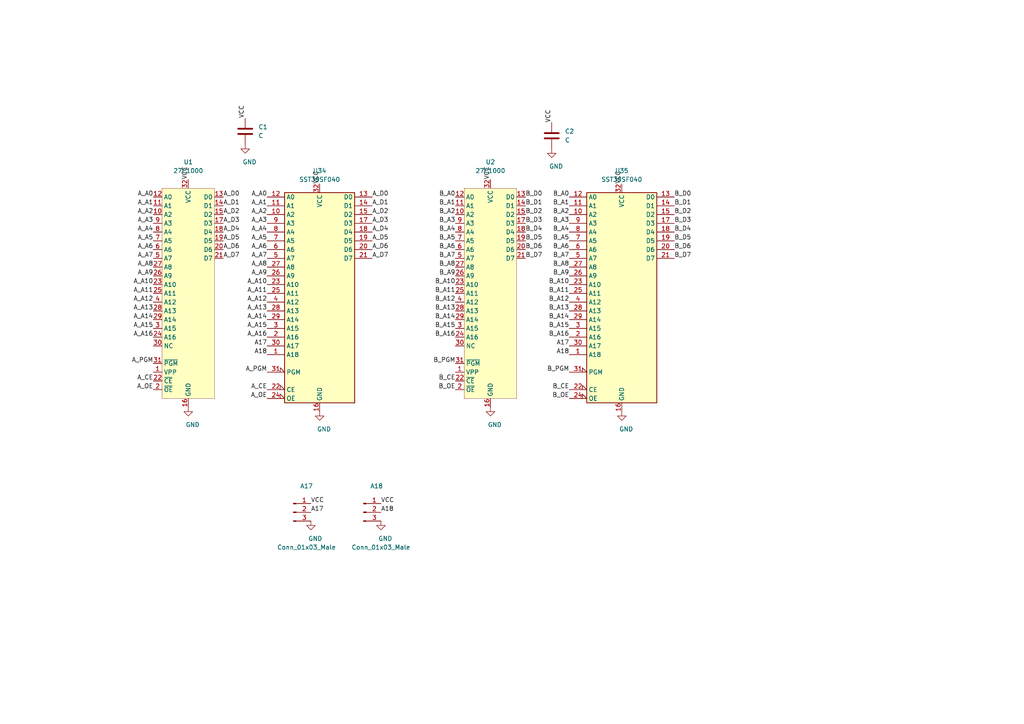
<source format=kicad_sch>
(kicad_sch (version 20210126) (generator eeschema)

  (paper "A4")

  (lib_symbols
    (symbol "27C1000:27C1000" (in_bom yes) (on_board yes)
      (property "Reference" "U?" (id 0) (at 0 35.56 0)
        (effects (font (size 1.27 1.27)))
      )
      (property "Value" "27C1000" (id 1) (at 0 33.02 0)
        (effects (font (size 1.27 1.27)))
      )
      (property "Footprint" "" (id 2) (at -41.91 -58.42 0)
        (effects (font (size 1.27 1.27)) hide)
      )
      (property "Datasheet" "" (id 3) (at -41.91 -58.42 0)
        (effects (font (size 1.27 1.27)) hide)
      )
      (symbol "27C1000_0_1"
        (rectangle (start -7.62 27.94) (end 7.62 -33.02)
          (stroke (width 0.001)) (fill (type background))
        )
      )
      (symbol "27C1000_1_1"
        (pin power_in line (at -10.16 -25.4 0) (length 2.54)
          (name "VPP" (effects (font (size 1.27 1.27))))
          (number "1" (effects (font (size 1.27 1.27))))
        )
        (pin input line (at -10.16 -30.48 0) (length 2.54)
          (name "~OE" (effects (font (size 1.27 1.27))))
          (number "2" (effects (font (size 1.27 1.27))))
        )
        (pin input line (at -10.16 -12.7 0) (length 2.54)
          (name "A15" (effects (font (size 1.27 1.27))))
          (number "3" (effects (font (size 1.27 1.27))))
        )
        (pin input line (at -10.16 -5.08 0) (length 2.54)
          (name "A12" (effects (font (size 1.27 1.27))))
          (number "4" (effects (font (size 1.27 1.27))))
        )
        (pin input line (at -10.16 7.62 0) (length 2.54)
          (name "A7" (effects (font (size 1.27 1.27))))
          (number "5" (effects (font (size 1.27 1.27))))
        )
        (pin input line (at -10.16 10.16 0) (length 2.54)
          (name "A6" (effects (font (size 1.27 1.27))))
          (number "6" (effects (font (size 1.27 1.27))))
        )
        (pin input line (at -10.16 12.7 0) (length 2.54)
          (name "A5" (effects (font (size 1.27 1.27))))
          (number "7" (effects (font (size 1.27 1.27))))
        )
        (pin input line (at -10.16 15.24 0) (length 2.54)
          (name "A4" (effects (font (size 1.27 1.27))))
          (number "8" (effects (font (size 1.27 1.27))))
        )
        (pin input line (at -10.16 17.78 0) (length 2.54)
          (name "A3" (effects (font (size 1.27 1.27))))
          (number "9" (effects (font (size 1.27 1.27))))
        )
        (pin input line (at -10.16 20.32 0) (length 2.54)
          (name "A2" (effects (font (size 1.27 1.27))))
          (number "10" (effects (font (size 1.27 1.27))))
        )
        (pin input line (at -10.16 22.86 0) (length 2.54)
          (name "A1" (effects (font (size 1.27 1.27))))
          (number "11" (effects (font (size 1.27 1.27))))
        )
        (pin input line (at -10.16 25.4 0) (length 2.54)
          (name "A0" (effects (font (size 1.27 1.27))))
          (number "12" (effects (font (size 1.27 1.27))))
        )
        (pin bidirectional line (at 10.16 25.4 180) (length 2.54)
          (name "D0" (effects (font (size 1.27 1.27))))
          (number "13" (effects (font (size 1.27 1.27))))
        )
        (pin bidirectional line (at 10.16 22.86 180) (length 2.54)
          (name "D1" (effects (font (size 1.27 1.27))))
          (number "14" (effects (font (size 1.27 1.27))))
        )
        (pin bidirectional line (at 10.16 20.32 180) (length 2.54)
          (name "D2" (effects (font (size 1.27 1.27))))
          (number "15" (effects (font (size 1.27 1.27))))
        )
        (pin power_in line (at 0 -35.56 90) (length 2.54)
          (name "GND" (effects (font (size 1.27 1.27))))
          (number "16" (effects (font (size 1.27 1.27))))
        )
        (pin bidirectional line (at 10.16 17.78 180) (length 2.54)
          (name "D3" (effects (font (size 1.27 1.27))))
          (number "17" (effects (font (size 1.27 1.27))))
        )
        (pin bidirectional line (at 10.16 15.24 180) (length 2.54)
          (name "D4" (effects (font (size 1.27 1.27))))
          (number "18" (effects (font (size 1.27 1.27))))
        )
        (pin bidirectional line (at 10.16 12.7 180) (length 2.54)
          (name "D5" (effects (font (size 1.27 1.27))))
          (number "19" (effects (font (size 1.27 1.27))))
        )
        (pin bidirectional line (at 10.16 10.16 180) (length 2.54)
          (name "D6" (effects (font (size 1.27 1.27))))
          (number "20" (effects (font (size 1.27 1.27))))
        )
        (pin bidirectional line (at 10.16 7.62 180) (length 2.54)
          (name "D7" (effects (font (size 1.27 1.27))))
          (number "21" (effects (font (size 1.27 1.27))))
        )
        (pin input line (at -10.16 -27.94 0) (length 2.54)
          (name "~CE" (effects (font (size 1.27 1.27))))
          (number "22" (effects (font (size 1.27 1.27))))
        )
        (pin input line (at -10.16 0 0) (length 2.54)
          (name "A10" (effects (font (size 1.27 1.27))))
          (number "23" (effects (font (size 1.27 1.27))))
        )
        (pin input line (at -10.16 -15.24 0) (length 2.54)
          (name "A16" (effects (font (size 1.27 1.27))))
          (number "24" (effects (font (size 1.27 1.27))))
        )
        (pin input line (at -10.16 -2.54 0) (length 2.54)
          (name "A11" (effects (font (size 1.27 1.27))))
          (number "25" (effects (font (size 1.27 1.27))))
        )
        (pin input line (at -10.16 2.54 0) (length 2.54)
          (name "A9" (effects (font (size 1.27 1.27))))
          (number "26" (effects (font (size 1.27 1.27))))
        )
        (pin input line (at -10.16 5.08 0) (length 2.54)
          (name "A8" (effects (font (size 1.27 1.27))))
          (number "27" (effects (font (size 1.27 1.27))))
        )
        (pin input line (at -10.16 -7.62 0) (length 2.54)
          (name "A13" (effects (font (size 1.27 1.27))))
          (number "28" (effects (font (size 1.27 1.27))))
        )
        (pin input line (at -10.16 -10.16 0) (length 2.54)
          (name "A14" (effects (font (size 1.27 1.27))))
          (number "29" (effects (font (size 1.27 1.27))))
        )
        (pin passive line (at -10.16 -17.78 0) (length 2.54)
          (name "NC" (effects (font (size 1.27 1.27))))
          (number "30" (effects (font (size 1.27 1.27))))
        )
        (pin input line (at -10.16 -22.86 0) (length 2.54)
          (name "~PGM" (effects (font (size 1.27 1.27))))
          (number "31" (effects (font (size 1.27 1.27))))
        )
        (pin power_in line (at 0 30.48 270) (length 2.54)
          (name "VCC" (effects (font (size 1.27 1.27))))
          (number "32" (effects (font (size 1.27 1.27))))
        )
      )
    )
    (symbol "Connector:Conn_01x03_Male" (pin_names (offset 1.016) hide) (in_bom yes) (on_board yes)
      (property "Reference" "J" (id 0) (at 0 5.08 0)
        (effects (font (size 1.27 1.27)))
      )
      (property "Value" "Conn_01x03_Male" (id 1) (at 0 -5.08 0)
        (effects (font (size 1.27 1.27)))
      )
      (property "Footprint" "" (id 2) (at 0 0 0)
        (effects (font (size 1.27 1.27)) hide)
      )
      (property "Datasheet" "~" (id 3) (at 0 0 0)
        (effects (font (size 1.27 1.27)) hide)
      )
      (property "ki_keywords" "connector" (id 4) (at 0 0 0)
        (effects (font (size 1.27 1.27)) hide)
      )
      (property "ki_description" "Generic connector, single row, 01x03, script generated (kicad-library-utils/schlib/autogen/connector/)" (id 5) (at 0 0 0)
        (effects (font (size 1.27 1.27)) hide)
      )
      (property "ki_fp_filters" "Connector*:*_1x??_*" (id 6) (at 0 0 0)
        (effects (font (size 1.27 1.27)) hide)
      )
      (symbol "Conn_01x03_Male_1_1"
        (rectangle (start 0.8636 -2.413) (end 0 -2.667)
          (stroke (width 0.1524)) (fill (type outline))
        )
        (rectangle (start 0.8636 0.127) (end 0 -0.127)
          (stroke (width 0.1524)) (fill (type outline))
        )
        (rectangle (start 0.8636 2.667) (end 0 2.413)
          (stroke (width 0.1524)) (fill (type outline))
        )
        (polyline
          (pts
            (xy 1.27 -2.54)
            (xy 0.8636 -2.54)
          )
          (stroke (width 0.1524)) (fill (type none))
        )
        (polyline
          (pts
            (xy 1.27 0)
            (xy 0.8636 0)
          )
          (stroke (width 0.1524)) (fill (type none))
        )
        (polyline
          (pts
            (xy 1.27 2.54)
            (xy 0.8636 2.54)
          )
          (stroke (width 0.1524)) (fill (type none))
        )
        (pin passive line (at 5.08 2.54 180) (length 3.81)
          (name "Pin_1" (effects (font (size 1.27 1.27))))
          (number "1" (effects (font (size 1.27 1.27))))
        )
        (pin passive line (at 5.08 0 180) (length 3.81)
          (name "Pin_2" (effects (font (size 1.27 1.27))))
          (number "2" (effects (font (size 1.27 1.27))))
        )
        (pin passive line (at 5.08 -2.54 180) (length 3.81)
          (name "Pin_3" (effects (font (size 1.27 1.27))))
          (number "3" (effects (font (size 1.27 1.27))))
        )
      )
    )
    (symbol "Device:C" (pin_numbers hide) (pin_names (offset 0.254)) (in_bom yes) (on_board yes)
      (property "Reference" "C" (id 0) (at 0.635 2.54 0)
        (effects (font (size 1.27 1.27)) (justify left))
      )
      (property "Value" "C" (id 1) (at 0.635 -2.54 0)
        (effects (font (size 1.27 1.27)) (justify left))
      )
      (property "Footprint" "" (id 2) (at 0.9652 -3.81 0)
        (effects (font (size 1.27 1.27)) hide)
      )
      (property "Datasheet" "~" (id 3) (at 0 0 0)
        (effects (font (size 1.27 1.27)) hide)
      )
      (property "ki_keywords" "cap capacitor" (id 4) (at 0 0 0)
        (effects (font (size 1.27 1.27)) hide)
      )
      (property "ki_description" "Unpolarized capacitor" (id 5) (at 0 0 0)
        (effects (font (size 1.27 1.27)) hide)
      )
      (property "ki_fp_filters" "C_*" (id 6) (at 0 0 0)
        (effects (font (size 1.27 1.27)) hide)
      )
      (symbol "C_0_1"
        (polyline
          (pts
            (xy -2.032 -0.762)
            (xy 2.032 -0.762)
          )
          (stroke (width 0.508)) (fill (type none))
        )
        (polyline
          (pts
            (xy -2.032 0.762)
            (xy 2.032 0.762)
          )
          (stroke (width 0.508)) (fill (type none))
        )
      )
      (symbol "C_1_1"
        (pin passive line (at 0 3.81 270) (length 2.794)
          (name "~" (effects (font (size 1.27 1.27))))
          (number "1" (effects (font (size 1.27 1.27))))
        )
        (pin passive line (at 0 -3.81 90) (length 2.794)
          (name "~" (effects (font (size 1.27 1.27))))
          (number "2" (effects (font (size 1.27 1.27))))
        )
      )
    )
    (symbol "Memory_Flash:SST39SF040_1" (in_bom yes) (on_board yes)
      (property "Reference" "U?" (id 0) (at 0 38.1 0)
        (effects (font (size 1.27 1.27)))
      )
      (property "Value" "SST39SF040" (id 1) (at 0 35.56 0)
        (effects (font (size 1.27 1.27)))
      )
      (property "Footprint" "" (id 2) (at 0 7.62 0)
        (effects (font (size 1.27 1.27)) hide)
      )
      (property "Datasheet" "http://ww1.microchip.com/downloads/en/DeviceDoc/25022B.pdf" (id 3) (at 0 7.62 0)
        (effects (font (size 1.27 1.27)) hide)
      )
      (property "ki_keywords" "512k flash rom" (id 4) (at 0 0 0)
        (effects (font (size 1.27 1.27)) hide)
      )
      (property "ki_description" "Silicon Storage Technology (SSF) 512k x 8 Flash ROM" (id 5) (at 0 0 0)
        (effects (font (size 1.27 1.27)) hide)
      )
      (symbol "SST39SF040_1_0_0"
        (pin power_in line (at 0 -31.75 90) (length 2.54)
          (name "GND" (effects (font (size 1.27 1.27))))
          (number "16" (effects (font (size 1.27 1.27))))
        )
        (pin power_in line (at 0 34.29 270) (length 2.54)
          (name "VCC" (effects (font (size 1.27 1.27))))
          (number "32" (effects (font (size 1.27 1.27))))
        )
      )
      (symbol "SST39SF040_1_0_1"
        (rectangle (start -10.16 31.75) (end 10.16 -29.21)
          (stroke (width 0.254)) (fill (type background))
        )
      )
      (symbol "SST39SF040_1_1_1"
        (pin input line (at -15.24 -15.24 0) (length 5.08)
          (name "A18" (effects (font (size 1.27 1.27))))
          (number "1" (effects (font (size 1.27 1.27))))
        )
        (pin input line (at -15.24 25.4 0) (length 5.08)
          (name "A2" (effects (font (size 1.27 1.27))))
          (number "10" (effects (font (size 1.27 1.27))))
        )
        (pin input line (at -15.24 27.94 0) (length 5.08)
          (name "A1" (effects (font (size 1.27 1.27))))
          (number "11" (effects (font (size 1.27 1.27))))
        )
        (pin input line (at -15.24 30.48 0) (length 5.08)
          (name "A0" (effects (font (size 1.27 1.27))))
          (number "12" (effects (font (size 1.27 1.27))))
        )
        (pin tri_state line (at 15.24 30.48 180) (length 5.08)
          (name "D0" (effects (font (size 1.27 1.27))))
          (number "13" (effects (font (size 1.27 1.27))))
        )
        (pin tri_state line (at 15.24 27.94 180) (length 5.08)
          (name "D1" (effects (font (size 1.27 1.27))))
          (number "14" (effects (font (size 1.27 1.27))))
        )
        (pin tri_state line (at 15.24 25.4 180) (length 5.08)
          (name "D2" (effects (font (size 1.27 1.27))))
          (number "15" (effects (font (size 1.27 1.27))))
        )
        (pin tri_state line (at 15.24 22.86 180) (length 5.08)
          (name "D3" (effects (font (size 1.27 1.27))))
          (number "17" (effects (font (size 1.27 1.27))))
        )
        (pin tri_state line (at 15.24 20.32 180) (length 5.08)
          (name "D4" (effects (font (size 1.27 1.27))))
          (number "18" (effects (font (size 1.27 1.27))))
        )
        (pin tri_state line (at 15.24 17.78 180) (length 5.08)
          (name "D5" (effects (font (size 1.27 1.27))))
          (number "19" (effects (font (size 1.27 1.27))))
        )
        (pin input line (at -15.24 -10.16 0) (length 5.08)
          (name "A16" (effects (font (size 1.27 1.27))))
          (number "2" (effects (font (size 1.27 1.27))))
        )
        (pin tri_state line (at 15.24 15.24 180) (length 5.08)
          (name "D6" (effects (font (size 1.27 1.27))))
          (number "20" (effects (font (size 1.27 1.27))))
        )
        (pin tri_state line (at 15.24 12.7 180) (length 5.08)
          (name "D7" (effects (font (size 1.27 1.27))))
          (number "21" (effects (font (size 1.27 1.27))))
        )
        (pin input input_low (at -15.24 -25.4 0) (length 5.08)
          (name "CE" (effects (font (size 1.27 1.27))))
          (number "22" (effects (font (size 1.27 1.27))))
        )
        (pin input line (at -15.24 5.08 0) (length 5.08)
          (name "A10" (effects (font (size 1.27 1.27))))
          (number "23" (effects (font (size 1.27 1.27))))
        )
        (pin input input_low (at -15.24 -27.94 0) (length 5.08)
          (name "OE" (effects (font (size 1.27 1.27))))
          (number "24" (effects (font (size 1.27 1.27))))
        )
        (pin input line (at -15.24 2.54 0) (length 5.08)
          (name "A11" (effects (font (size 1.27 1.27))))
          (number "25" (effects (font (size 1.27 1.27))))
        )
        (pin input line (at -15.24 7.62 0) (length 5.08)
          (name "A9" (effects (font (size 1.27 1.27))))
          (number "26" (effects (font (size 1.27 1.27))))
        )
        (pin input line (at -15.24 10.16 0) (length 5.08)
          (name "A8" (effects (font (size 1.27 1.27))))
          (number "27" (effects (font (size 1.27 1.27))))
        )
        (pin input line (at -15.24 -2.54 0) (length 5.08)
          (name "A13" (effects (font (size 1.27 1.27))))
          (number "28" (effects (font (size 1.27 1.27))))
        )
        (pin input line (at -15.24 -5.08 0) (length 5.08)
          (name "A14" (effects (font (size 1.27 1.27))))
          (number "29" (effects (font (size 1.27 1.27))))
        )
        (pin input line (at -15.24 -7.62 0) (length 5.08)
          (name "A15" (effects (font (size 1.27 1.27))))
          (number "3" (effects (font (size 1.27 1.27))))
        )
        (pin input line (at -15.24 -12.7 0) (length 5.08)
          (name "A17" (effects (font (size 1.27 1.27))))
          (number "30" (effects (font (size 1.27 1.27))))
        )
        (pin input input_low (at -15.24 -20.32 0) (length 5.08)
          (name "PGM" (effects (font (size 1.27 1.27))))
          (number "31" (effects (font (size 1.27 1.27))))
        )
        (pin input line (at -15.24 0 0) (length 5.08)
          (name "A12" (effects (font (size 1.27 1.27))))
          (number "4" (effects (font (size 1.27 1.27))))
        )
        (pin input line (at -15.24 12.7 0) (length 5.08)
          (name "A7" (effects (font (size 1.27 1.27))))
          (number "5" (effects (font (size 1.27 1.27))))
        )
        (pin input line (at -15.24 15.24 0) (length 5.08)
          (name "A6" (effects (font (size 1.27 1.27))))
          (number "6" (effects (font (size 1.27 1.27))))
        )
        (pin input line (at -15.24 17.78 0) (length 5.08)
          (name "A5" (effects (font (size 1.27 1.27))))
          (number "7" (effects (font (size 1.27 1.27))))
        )
        (pin input line (at -15.24 20.32 0) (length 5.08)
          (name "A4" (effects (font (size 1.27 1.27))))
          (number "8" (effects (font (size 1.27 1.27))))
        )
        (pin input line (at -15.24 22.86 0) (length 5.08)
          (name "A3" (effects (font (size 1.27 1.27))))
          (number "9" (effects (font (size 1.27 1.27))))
        )
      )
    )
    (symbol "power:GND" (power) (pin_names (offset 0)) (in_bom yes) (on_board yes)
      (property "Reference" "#PWR" (id 0) (at 0 -6.35 0)
        (effects (font (size 1.27 1.27)) hide)
      )
      (property "Value" "GND" (id 1) (at 0 -3.81 0)
        (effects (font (size 1.27 1.27)))
      )
      (property "Footprint" "" (id 2) (at 0 0 0)
        (effects (font (size 1.27 1.27)) hide)
      )
      (property "Datasheet" "" (id 3) (at 0 0 0)
        (effects (font (size 1.27 1.27)) hide)
      )
      (property "ki_keywords" "power-flag" (id 4) (at 0 0 0)
        (effects (font (size 1.27 1.27)) hide)
      )
      (property "ki_description" "Power symbol creates a global label with name \"GND\" , ground" (id 5) (at 0 0 0)
        (effects (font (size 1.27 1.27)) hide)
      )
      (symbol "GND_0_1"
        (polyline
          (pts
            (xy 0 0)
            (xy 0 -1.27)
            (xy 1.27 -1.27)
            (xy 0 -2.54)
            (xy -1.27 -1.27)
            (xy 0 -1.27)
          )
          (stroke (width 0)) (fill (type none))
        )
      )
      (symbol "GND_1_1"
        (pin power_in line (at 0 0 270) (length 0) hide
          (name "GND" (effects (font (size 1.27 1.27))))
          (number "1" (effects (font (size 1.27 1.27))))
        )
      )
    )
  )


  (label "A_A0" (at 44.45 57.15 180)
    (effects (font (size 1.27 1.27)) (justify right bottom))
    (uuid 783ddc0d-0c74-4e75-8429-50618c8b8f27)
  )
  (label "A_A1" (at 44.45 59.69 180)
    (effects (font (size 1.27 1.27)) (justify right bottom))
    (uuid 0152d0a6-2091-45a4-9a0e-f02e677847c3)
  )
  (label "A_A2" (at 44.45 62.23 180)
    (effects (font (size 1.27 1.27)) (justify right bottom))
    (uuid acae4609-a3e0-4666-88cd-8e91fe681532)
  )
  (label "A_A3" (at 44.45 64.77 180)
    (effects (font (size 1.27 1.27)) (justify right bottom))
    (uuid 00d3e8e0-e1e5-4007-8473-81fdce51a315)
  )
  (label "A_A4" (at 44.45 67.31 180)
    (effects (font (size 1.27 1.27)) (justify right bottom))
    (uuid fbf06a70-aa5b-46a4-853a-10359e968b1e)
  )
  (label "A_A5" (at 44.45 69.85 180)
    (effects (font (size 1.27 1.27)) (justify right bottom))
    (uuid 24331d0c-1c76-4dad-a1a5-849011e78194)
  )
  (label "A_A6" (at 44.45 72.39 180)
    (effects (font (size 1.27 1.27)) (justify right bottom))
    (uuid 2b177b02-604c-48af-bf5f-120f52725aa3)
  )
  (label "A_A7" (at 44.45 74.93 180)
    (effects (font (size 1.27 1.27)) (justify right bottom))
    (uuid fde564a0-5f42-47c2-899b-cb48b9fa2e5b)
  )
  (label "A_A8" (at 44.45 77.47 180)
    (effects (font (size 1.27 1.27)) (justify right bottom))
    (uuid 3de5282a-2720-4600-aecd-f66c7e3112b2)
  )
  (label "A_A9" (at 44.45 80.01 180)
    (effects (font (size 1.27 1.27)) (justify right bottom))
    (uuid 515338a8-ad7f-4162-a8c0-97e6a3ea0523)
  )
  (label "A_A10" (at 44.45 82.55 180)
    (effects (font (size 1.27 1.27)) (justify right bottom))
    (uuid 4fe4b213-c104-4dff-b0ba-59b3ab26959d)
  )
  (label "A_A11" (at 44.45 85.09 180)
    (effects (font (size 1.27 1.27)) (justify right bottom))
    (uuid cb323196-82f8-41d7-bb02-17f8c0fedc5c)
  )
  (label "A_A12" (at 44.45 87.63 180)
    (effects (font (size 1.27 1.27)) (justify right bottom))
    (uuid e84db987-7409-45d5-a422-ff9cc2039bab)
  )
  (label "A_A13" (at 44.45 90.17 180)
    (effects (font (size 1.27 1.27)) (justify right bottom))
    (uuid eecedcab-f32c-4e72-a2d5-681fcebacd6c)
  )
  (label "A_A14" (at 44.45 92.71 180)
    (effects (font (size 1.27 1.27)) (justify right bottom))
    (uuid c7f63aeb-0f9e-478f-8906-9ccb0adf475a)
  )
  (label "A_A15" (at 44.45 95.25 180)
    (effects (font (size 1.27 1.27)) (justify right bottom))
    (uuid 0e8256ef-862f-4287-bd30-2d1f21c6bab9)
  )
  (label "A_A16" (at 44.45 97.79 180)
    (effects (font (size 1.27 1.27)) (justify right bottom))
    (uuid 08f722f9-9e2d-47f6-a4f5-5a15338a7553)
  )
  (label "A_PGM" (at 44.45 105.41 180)
    (effects (font (size 1.27 1.27)) (justify right bottom))
    (uuid cf9d57aa-78c7-414a-88c6-dbf9737660e7)
  )
  (label "A_CE" (at 44.45 110.49 180)
    (effects (font (size 1.27 1.27)) (justify right bottom))
    (uuid e92d5aa6-31fd-4b64-845d-0cef3afb330d)
  )
  (label "A_OE" (at 44.45 113.03 180)
    (effects (font (size 1.27 1.27)) (justify right bottom))
    (uuid abcd5c52-d078-4225-abcd-e1b6d8ac14e5)
  )
  (label "VCC" (at 54.61 52.07 90)
    (effects (font (size 1.27 1.27)) (justify left bottom))
    (uuid 846a6411-fceb-40dd-a0b8-0c00896da3e1)
  )
  (label "A_D0" (at 64.77 57.15 0)
    (effects (font (size 1.27 1.27)) (justify left bottom))
    (uuid 6fbaa29c-9dcb-47f7-8d79-8471cbf8a479)
  )
  (label "A_D1" (at 64.77 59.69 0)
    (effects (font (size 1.27 1.27)) (justify left bottom))
    (uuid 9eb67a5f-76d9-4f6a-ad0d-efb40f683ffb)
  )
  (label "A_D2" (at 64.77 62.23 0)
    (effects (font (size 1.27 1.27)) (justify left bottom))
    (uuid 9e490946-7901-43f5-a8bf-c4250ba57ed6)
  )
  (label "A_D3" (at 64.77 64.77 0)
    (effects (font (size 1.27 1.27)) (justify left bottom))
    (uuid f24453a6-5b53-4337-a392-0836b6ac68d9)
  )
  (label "A_D4" (at 64.77 67.31 0)
    (effects (font (size 1.27 1.27)) (justify left bottom))
    (uuid 7f419cc9-d2e3-4f70-8671-22f1131d11a0)
  )
  (label "A_D5" (at 64.77 69.85 0)
    (effects (font (size 1.27 1.27)) (justify left bottom))
    (uuid 05da2102-de4e-48b3-867d-3373fbddd889)
  )
  (label "A_D6" (at 64.77 72.39 0)
    (effects (font (size 1.27 1.27)) (justify left bottom))
    (uuid 029195a9-a6b1-43cd-b8e8-1074d16431e6)
  )
  (label "A_D7" (at 64.77 74.93 0)
    (effects (font (size 1.27 1.27)) (justify left bottom))
    (uuid 67e073cb-c71a-4d1d-bc9a-87739b22d973)
  )
  (label "VCC" (at 71.12 34.29 90)
    (effects (font (size 1.27 1.27)) (justify left bottom))
    (uuid 194b7097-a61e-4707-810b-1b0c441536fe)
  )
  (label "A_A0" (at 77.47 57.15 180)
    (effects (font (size 1.27 1.27)) (justify right bottom))
    (uuid a909e210-a628-46b5-bba2-4d27919290a4)
  )
  (label "A_A1" (at 77.47 59.69 180)
    (effects (font (size 1.27 1.27)) (justify right bottom))
    (uuid f12af2f0-0f79-48b3-980b-0e3de7611394)
  )
  (label "A_A2" (at 77.47 62.23 180)
    (effects (font (size 1.27 1.27)) (justify right bottom))
    (uuid 35fc0434-8680-4da0-b6e5-7db5aecd3237)
  )
  (label "A_A3" (at 77.47 64.77 180)
    (effects (font (size 1.27 1.27)) (justify right bottom))
    (uuid 5d1e7bac-160f-4a5b-b99b-ea9afcb2b268)
  )
  (label "A_A4" (at 77.47 67.31 180)
    (effects (font (size 1.27 1.27)) (justify right bottom))
    (uuid 8e67cc7e-aebc-4376-b0fa-89a578435071)
  )
  (label "A_A5" (at 77.47 69.85 180)
    (effects (font (size 1.27 1.27)) (justify right bottom))
    (uuid a204a891-88ac-43f5-bdf1-d6e58323eb7e)
  )
  (label "A_A6" (at 77.47 72.39 180)
    (effects (font (size 1.27 1.27)) (justify right bottom))
    (uuid 7935bf13-3adc-45f7-bf76-d403105a9d24)
  )
  (label "A_A7" (at 77.47 74.93 180)
    (effects (font (size 1.27 1.27)) (justify right bottom))
    (uuid 4d082e07-96d8-4f9a-9605-65984afed5f0)
  )
  (label "A_A8" (at 77.47 77.47 180)
    (effects (font (size 1.27 1.27)) (justify right bottom))
    (uuid 7e0a0ac1-0559-472b-9137-fac42de04f90)
  )
  (label "A_A9" (at 77.47 80.01 180)
    (effects (font (size 1.27 1.27)) (justify right bottom))
    (uuid 18b16141-4b1b-4cc0-abaa-ee95b8f42496)
  )
  (label "A_A10" (at 77.47 82.55 180)
    (effects (font (size 1.27 1.27)) (justify right bottom))
    (uuid 4fc219db-9eac-46f3-b269-2d23f6e343e6)
  )
  (label "A_A11" (at 77.47 85.09 180)
    (effects (font (size 1.27 1.27)) (justify right bottom))
    (uuid 12c362db-8ed5-475e-ae36-744b0d6cae1c)
  )
  (label "A_A12" (at 77.47 87.63 180)
    (effects (font (size 1.27 1.27)) (justify right bottom))
    (uuid ee55e727-edb8-4535-bc5a-4a3fe099a40d)
  )
  (label "A_A13" (at 77.47 90.17 180)
    (effects (font (size 1.27 1.27)) (justify right bottom))
    (uuid e45171b2-96cc-4787-a86f-1c75c96e1bfb)
  )
  (label "A_A14" (at 77.47 92.71 180)
    (effects (font (size 1.27 1.27)) (justify right bottom))
    (uuid dfaae603-c43d-4030-b4a1-7de476f24558)
  )
  (label "A_A15" (at 77.47 95.25 180)
    (effects (font (size 1.27 1.27)) (justify right bottom))
    (uuid 88acf62a-67e8-4f66-a6da-49216e86c6e6)
  )
  (label "A_A16" (at 77.47 97.79 180)
    (effects (font (size 1.27 1.27)) (justify right bottom))
    (uuid d2235f3a-d96c-4d22-9e44-560d1a8eb216)
  )
  (label "A17" (at 77.47 100.33 180)
    (effects (font (size 1.27 1.27)) (justify right bottom))
    (uuid 5db5f477-b74d-4502-a5a1-467036710ae8)
  )
  (label "A18" (at 77.47 102.87 180)
    (effects (font (size 1.27 1.27)) (justify right bottom))
    (uuid 1373998d-bca8-4ed3-b6ad-5b4ac94b48df)
  )
  (label "A_PGM" (at 77.47 107.95 180)
    (effects (font (size 1.27 1.27)) (justify right bottom))
    (uuid bc1abcea-d3ff-4936-a327-613241c11bb1)
  )
  (label "A_CE" (at 77.47 113.03 180)
    (effects (font (size 1.27 1.27)) (justify right bottom))
    (uuid 65102967-069a-4ab1-96ac-c917e71dda97)
  )
  (label "A_OE" (at 77.47 115.57 180)
    (effects (font (size 1.27 1.27)) (justify right bottom))
    (uuid 11e144ab-2e4b-45df-b85c-6f684dbe7378)
  )
  (label "VCC" (at 90.17 146.05 0)
    (effects (font (size 1.27 1.27)) (justify left bottom))
    (uuid b8a40b6c-b951-4dc9-a963-7cf93a2088a0)
  )
  (label "A17" (at 90.17 148.59 0)
    (effects (font (size 1.27 1.27)) (justify left bottom))
    (uuid 2da34fba-195e-40f8-802e-eea4807f2caf)
  )
  (label "VCC" (at 92.71 53.34 90)
    (effects (font (size 1.27 1.27)) (justify left bottom))
    (uuid 56210ae6-2dec-49db-9730-f867df9969fe)
  )
  (label "A_D0" (at 107.95 57.15 0)
    (effects (font (size 1.27 1.27)) (justify left bottom))
    (uuid 0334d5e9-d295-44c9-bc33-1fb5191134cc)
  )
  (label "A_D1" (at 107.95 59.69 0)
    (effects (font (size 1.27 1.27)) (justify left bottom))
    (uuid 3b96b3ba-363b-4b46-acec-2e5c550300f1)
  )
  (label "A_D2" (at 107.95 62.23 0)
    (effects (font (size 1.27 1.27)) (justify left bottom))
    (uuid a2ac4df5-9a18-47d4-9f0c-7b7d7d7eddfd)
  )
  (label "A_D3" (at 107.95 64.77 0)
    (effects (font (size 1.27 1.27)) (justify left bottom))
    (uuid 9a54bef3-d272-4724-a1d3-96e34f8b933c)
  )
  (label "A_D4" (at 107.95 67.31 0)
    (effects (font (size 1.27 1.27)) (justify left bottom))
    (uuid ba0e8d3b-7786-4584-a05a-563b501a231e)
  )
  (label "A_D5" (at 107.95 69.85 0)
    (effects (font (size 1.27 1.27)) (justify left bottom))
    (uuid 26f01053-a75f-4cd2-bc5c-51e3fb08c2a1)
  )
  (label "A_D6" (at 107.95 72.39 0)
    (effects (font (size 1.27 1.27)) (justify left bottom))
    (uuid a37e2130-3e3a-462d-9b4c-d3924f99f446)
  )
  (label "A_D7" (at 107.95 74.93 0)
    (effects (font (size 1.27 1.27)) (justify left bottom))
    (uuid afcaa5e4-d7c3-4db9-a1ba-1eb9f2bcb288)
  )
  (label "VCC" (at 110.49 146.05 0)
    (effects (font (size 1.27 1.27)) (justify left bottom))
    (uuid ae233e38-6a70-4d11-b7a9-388a252f65a2)
  )
  (label "A18" (at 110.49 148.59 0)
    (effects (font (size 1.27 1.27)) (justify left bottom))
    (uuid 5e9505ba-f0b1-431e-8715-ec114d73aff4)
  )
  (label "B_A0" (at 132.08 57.15 180)
    (effects (font (size 1.27 1.27)) (justify right bottom))
    (uuid 39f9ac63-1b0b-4ef9-ac4e-e794d71b80bd)
  )
  (label "B_A1" (at 132.08 59.69 180)
    (effects (font (size 1.27 1.27)) (justify right bottom))
    (uuid d5d2cb48-b51f-450f-830b-07e77b05d39b)
  )
  (label "B_A2" (at 132.08 62.23 180)
    (effects (font (size 1.27 1.27)) (justify right bottom))
    (uuid 1f872354-7e0c-4bb2-856d-3099bc6b2191)
  )
  (label "B_A3" (at 132.08 64.77 180)
    (effects (font (size 1.27 1.27)) (justify right bottom))
    (uuid b533d048-4e1b-405b-a4d9-087e77a3cbd7)
  )
  (label "B_A4" (at 132.08 67.31 180)
    (effects (font (size 1.27 1.27)) (justify right bottom))
    (uuid f3edddbd-6daa-455c-b527-dda193688d8a)
  )
  (label "B_A5" (at 132.08 69.85 180)
    (effects (font (size 1.27 1.27)) (justify right bottom))
    (uuid d18de6d6-fce1-4a5d-8053-d0b3ff3930bd)
  )
  (label "B_A6" (at 132.08 72.39 180)
    (effects (font (size 1.27 1.27)) (justify right bottom))
    (uuid 88ab7116-d6e3-449a-83e4-bbd78d868f3a)
  )
  (label "B_A7" (at 132.08 74.93 180)
    (effects (font (size 1.27 1.27)) (justify right bottom))
    (uuid 6af5dbd6-5672-4617-ba52-65873bcba95a)
  )
  (label "B_A8" (at 132.08 77.47 180)
    (effects (font (size 1.27 1.27)) (justify right bottom))
    (uuid b4e610be-43c5-440f-990b-d94bc4a58647)
  )
  (label "B_A9" (at 132.08 80.01 180)
    (effects (font (size 1.27 1.27)) (justify right bottom))
    (uuid 081dbb2d-280b-422a-a1a6-dbd527fdb774)
  )
  (label "B_A10" (at 132.08 82.55 180)
    (effects (font (size 1.27 1.27)) (justify right bottom))
    (uuid a70a0fb7-9cd3-411a-8461-3f8130ef3029)
  )
  (label "B_A11" (at 132.08 85.09 180)
    (effects (font (size 1.27 1.27)) (justify right bottom))
    (uuid 2c304b95-d7cc-4d93-b257-c07c8f621c82)
  )
  (label "B_A12" (at 132.08 87.63 180)
    (effects (font (size 1.27 1.27)) (justify right bottom))
    (uuid 11596a38-b771-4329-a7d1-75ea750ad8f9)
  )
  (label "B_A13" (at 132.08 90.17 180)
    (effects (font (size 1.27 1.27)) (justify right bottom))
    (uuid 3b608e4f-f6c2-4829-91d6-dfe7f661f140)
  )
  (label "B_A14" (at 132.08 92.71 180)
    (effects (font (size 1.27 1.27)) (justify right bottom))
    (uuid 1284ef28-d365-4f86-af62-0180c47a4d36)
  )
  (label "B_A15" (at 132.08 95.25 180)
    (effects (font (size 1.27 1.27)) (justify right bottom))
    (uuid 92e8aee9-5e9b-428d-b4f5-3e1c2d3ee133)
  )
  (label "B_A16" (at 132.08 97.79 180)
    (effects (font (size 1.27 1.27)) (justify right bottom))
    (uuid b5c3f4aa-4b50-4ace-8a57-cc759670dabc)
  )
  (label "B_PGM" (at 132.08 105.41 180)
    (effects (font (size 1.27 1.27)) (justify right bottom))
    (uuid 5f8d7e05-241b-46b8-a466-1ae9e5bbe75d)
  )
  (label "B_CE" (at 132.08 110.49 180)
    (effects (font (size 1.27 1.27)) (justify right bottom))
    (uuid d6ef170a-b84b-4cbd-89d1-aed4c1b42784)
  )
  (label "B_OE" (at 132.08 113.03 180)
    (effects (font (size 1.27 1.27)) (justify right bottom))
    (uuid eb02a522-cac7-4c20-8109-6124f1ef89c9)
  )
  (label "VCC" (at 142.24 52.07 90)
    (effects (font (size 1.27 1.27)) (justify left bottom))
    (uuid 9015c1ef-dbc8-4c64-9f9d-61bc8724e963)
  )
  (label "B_D0" (at 152.4 57.15 0)
    (effects (font (size 1.27 1.27)) (justify left bottom))
    (uuid 4c2b87c3-b884-44e2-8b55-cf1ccc5b803b)
  )
  (label "B_D1" (at 152.4 59.69 0)
    (effects (font (size 1.27 1.27)) (justify left bottom))
    (uuid 637d8993-345b-4fea-a9bb-220b24eaddb9)
  )
  (label "B_D2" (at 152.4 62.23 0)
    (effects (font (size 1.27 1.27)) (justify left bottom))
    (uuid ad0c58c7-13be-49b3-ad1f-a7de07b5b9e0)
  )
  (label "B_D3" (at 152.4 64.77 0)
    (effects (font (size 1.27 1.27)) (justify left bottom))
    (uuid b0d98652-94a8-45a9-b12b-9a21627fc1ef)
  )
  (label "B_D4" (at 152.4 67.31 0)
    (effects (font (size 1.27 1.27)) (justify left bottom))
    (uuid c10e507b-b73d-4805-bbb0-b1315ef5488c)
  )
  (label "B_D5" (at 152.4 69.85 0)
    (effects (font (size 1.27 1.27)) (justify left bottom))
    (uuid c0be056b-78d0-478d-80df-1e51be2f686e)
  )
  (label "B_D6" (at 152.4 72.39 0)
    (effects (font (size 1.27 1.27)) (justify left bottom))
    (uuid 544556af-0973-4d1a-ac8e-31cae1394932)
  )
  (label "B_D7" (at 152.4 74.93 0)
    (effects (font (size 1.27 1.27)) (justify left bottom))
    (uuid 3b7442bb-9648-4e19-8acd-32e5b9053006)
  )
  (label "VCC" (at 160.02 35.56 90)
    (effects (font (size 1.27 1.27)) (justify left bottom))
    (uuid 98b82b72-ab85-4216-a653-b8057acc1455)
  )
  (label "B_A0" (at 165.1 57.15 180)
    (effects (font (size 1.27 1.27)) (justify right bottom))
    (uuid 7569088b-5027-49f1-85e8-dc16b228ae56)
  )
  (label "B_A1" (at 165.1 59.69 180)
    (effects (font (size 1.27 1.27)) (justify right bottom))
    (uuid ff3fdc11-c60a-4e46-914e-c40b6d15e232)
  )
  (label "B_A2" (at 165.1 62.23 180)
    (effects (font (size 1.27 1.27)) (justify right bottom))
    (uuid d5ba323a-df76-4a47-a469-fb6a008fff37)
  )
  (label "B_A3" (at 165.1 64.77 180)
    (effects (font (size 1.27 1.27)) (justify right bottom))
    (uuid 8b089b18-ef1b-4d2a-b3f6-4afb2b1abd53)
  )
  (label "B_A4" (at 165.1 67.31 180)
    (effects (font (size 1.27 1.27)) (justify right bottom))
    (uuid 55f7b406-3a43-4624-9229-eca159cab7d0)
  )
  (label "B_A5" (at 165.1 69.85 180)
    (effects (font (size 1.27 1.27)) (justify right bottom))
    (uuid 67fd958f-f52a-4ecc-97b6-fdea7012df5e)
  )
  (label "B_A6" (at 165.1 72.39 180)
    (effects (font (size 1.27 1.27)) (justify right bottom))
    (uuid 71b73521-39b4-408d-b081-4a6193e92671)
  )
  (label "B_A7" (at 165.1 74.93 180)
    (effects (font (size 1.27 1.27)) (justify right bottom))
    (uuid 7c6411d5-ca7e-450a-82c1-315dffa3c8da)
  )
  (label "B_A8" (at 165.1 77.47 180)
    (effects (font (size 1.27 1.27)) (justify right bottom))
    (uuid e705cf89-4bf0-4b7d-84be-0b9d7a912605)
  )
  (label "B_A9" (at 165.1 80.01 180)
    (effects (font (size 1.27 1.27)) (justify right bottom))
    (uuid 79b6afe1-4ce5-43f3-87f2-df171d8c3403)
  )
  (label "B_A10" (at 165.1 82.55 180)
    (effects (font (size 1.27 1.27)) (justify right bottom))
    (uuid 0d924197-f862-459d-93a2-70a9bd9a129c)
  )
  (label "B_A11" (at 165.1 85.09 180)
    (effects (font (size 1.27 1.27)) (justify right bottom))
    (uuid e42392c6-6a2c-4504-82ed-cd4fe7344e96)
  )
  (label "B_A12" (at 165.1 87.63 180)
    (effects (font (size 1.27 1.27)) (justify right bottom))
    (uuid 83041a34-3103-4505-852a-1210456df2c8)
  )
  (label "B_A13" (at 165.1 90.17 180)
    (effects (font (size 1.27 1.27)) (justify right bottom))
    (uuid 06e7e81a-8a42-44ce-a600-5b7cc2d542e2)
  )
  (label "B_A14" (at 165.1 92.71 180)
    (effects (font (size 1.27 1.27)) (justify right bottom))
    (uuid 8d4d9746-04da-4638-8c36-f2baaa3be46b)
  )
  (label "B_A15" (at 165.1 95.25 180)
    (effects (font (size 1.27 1.27)) (justify right bottom))
    (uuid 6cb1d115-7329-440e-a395-acda851d9e69)
  )
  (label "B_A16" (at 165.1 97.79 180)
    (effects (font (size 1.27 1.27)) (justify right bottom))
    (uuid 0bd43a9a-bd76-4e9b-adef-663888f62b27)
  )
  (label "A17" (at 165.1 100.33 180)
    (effects (font (size 1.27 1.27)) (justify right bottom))
    (uuid 71aee9eb-07d1-4af9-a241-eefb0ab456f4)
  )
  (label "A18" (at 165.1 102.87 180)
    (effects (font (size 1.27 1.27)) (justify right bottom))
    (uuid 61e13197-e21e-458f-8999-9bd316de68d1)
  )
  (label "B_PGM" (at 165.1 107.95 180)
    (effects (font (size 1.27 1.27)) (justify right bottom))
    (uuid 0c8e5011-5e72-4c4c-831d-bf94c34ef2ce)
  )
  (label "B_CE" (at 165.1 113.03 180)
    (effects (font (size 1.27 1.27)) (justify right bottom))
    (uuid d0f3825c-8714-4e5b-9261-97c240b24794)
  )
  (label "B_OE" (at 165.1 115.57 180)
    (effects (font (size 1.27 1.27)) (justify right bottom))
    (uuid ec50b98f-b872-4f99-be93-efef76d07716)
  )
  (label "VCC" (at 180.34 53.34 90)
    (effects (font (size 1.27 1.27)) (justify left bottom))
    (uuid e363c67a-3ac3-422d-af6e-fdde4c190e4a)
  )
  (label "B_D0" (at 195.58 57.15 0)
    (effects (font (size 1.27 1.27)) (justify left bottom))
    (uuid d131a088-d856-412d-ae5d-7fecc6925a74)
  )
  (label "B_D1" (at 195.58 59.69 0)
    (effects (font (size 1.27 1.27)) (justify left bottom))
    (uuid d6c485da-b662-42f9-8bc4-650325448037)
  )
  (label "B_D2" (at 195.58 62.23 0)
    (effects (font (size 1.27 1.27)) (justify left bottom))
    (uuid 6970bfd5-d2c0-40c7-8390-07303e540bad)
  )
  (label "B_D3" (at 195.58 64.77 0)
    (effects (font (size 1.27 1.27)) (justify left bottom))
    (uuid 1a82ec24-d50a-4ab3-ab8a-d4486fe68bc4)
  )
  (label "B_D4" (at 195.58 67.31 0)
    (effects (font (size 1.27 1.27)) (justify left bottom))
    (uuid ed54f86a-903c-4ca3-884d-842fbe717d19)
  )
  (label "B_D5" (at 195.58 69.85 0)
    (effects (font (size 1.27 1.27)) (justify left bottom))
    (uuid a918189c-5162-4574-bc9f-97f577767d23)
  )
  (label "B_D6" (at 195.58 72.39 0)
    (effects (font (size 1.27 1.27)) (justify left bottom))
    (uuid 7e13989d-49e3-4937-97aa-6de5cd0c7b26)
  )
  (label "B_D7" (at 195.58 74.93 0)
    (effects (font (size 1.27 1.27)) (justify left bottom))
    (uuid dd7de478-51c0-40e5-b90f-4be8040093bb)
  )

  (symbol (lib_id "power:GND") (at 54.61 118.11 0) (unit 1)
    (in_bom yes) (on_board yes)
    (uuid 803107ff-ba5f-4a9e-b9f4-deec640a24cc)
    (property "Reference" "#PWR0101" (id 0) (at 54.61 124.46 0)
      (effects (font (size 1.27 1.27)) hide)
    )
    (property "Value" "GND" (id 1) (at 55.88 123.19 0))
    (property "Footprint" "" (id 2) (at 54.61 118.11 0)
      (effects (font (size 1.27 1.27)) hide)
    )
    (property "Datasheet" "" (id 3) (at 54.61 118.11 0)
      (effects (font (size 1.27 1.27)) hide)
    )
    (pin "1" (uuid 20a04e26-b501-44da-8d63-a859b23dbf2a))
  )

  (symbol (lib_id "power:GND") (at 71.12 41.91 0) (unit 1)
    (in_bom yes) (on_board yes)
    (uuid 5e2f47db-329b-4083-88b9-72027e5f3e95)
    (property "Reference" "#PWR0102" (id 0) (at 71.12 48.26 0)
      (effects (font (size 1.27 1.27)) hide)
    )
    (property "Value" "GND" (id 1) (at 72.39 46.99 0))
    (property "Footprint" "" (id 2) (at 71.12 41.91 0)
      (effects (font (size 1.27 1.27)) hide)
    )
    (property "Datasheet" "" (id 3) (at 71.12 41.91 0)
      (effects (font (size 1.27 1.27)) hide)
    )
    (pin "1" (uuid a895e04a-a2d0-4a6a-976f-3636496878dc))
  )

  (symbol (lib_id "power:GND") (at 90.17 151.13 0) (unit 1)
    (in_bom yes) (on_board yes)
    (uuid a0d4f5f3-2555-4421-83b3-2be29eb9a463)
    (property "Reference" "#PWR01" (id 0) (at 90.17 157.48 0)
      (effects (font (size 1.27 1.27)) hide)
    )
    (property "Value" "GND" (id 1) (at 91.44 156.21 0))
    (property "Footprint" "" (id 2) (at 90.17 151.13 0)
      (effects (font (size 1.27 1.27)) hide)
    )
    (property "Datasheet" "" (id 3) (at 90.17 151.13 0)
      (effects (font (size 1.27 1.27)) hide)
    )
    (pin "1" (uuid 72184612-20c3-4ab7-8561-515923868bb0))
  )

  (symbol (lib_id "power:GND") (at 92.71 119.38 0) (unit 1)
    (in_bom yes) (on_board yes)
    (uuid 89d76591-0202-4848-b0e7-2ae42c3b5060)
    (property "Reference" "#PWR0104" (id 0) (at 92.71 125.73 0)
      (effects (font (size 1.27 1.27)) hide)
    )
    (property "Value" "GND" (id 1) (at 93.98 124.46 0))
    (property "Footprint" "" (id 2) (at 92.71 119.38 0)
      (effects (font (size 1.27 1.27)) hide)
    )
    (property "Datasheet" "" (id 3) (at 92.71 119.38 0)
      (effects (font (size 1.27 1.27)) hide)
    )
    (pin "1" (uuid 72184612-20c3-4ab7-8561-515923868bb0))
  )

  (symbol (lib_id "power:GND") (at 110.49 151.13 0) (unit 1)
    (in_bom yes) (on_board yes)
    (uuid 027ad182-7392-4ae1-a63e-af191d5e5288)
    (property "Reference" "#PWR02" (id 0) (at 110.49 157.48 0)
      (effects (font (size 1.27 1.27)) hide)
    )
    (property "Value" "GND" (id 1) (at 111.76 156.21 0))
    (property "Footprint" "" (id 2) (at 110.49 151.13 0)
      (effects (font (size 1.27 1.27)) hide)
    )
    (property "Datasheet" "" (id 3) (at 110.49 151.13 0)
      (effects (font (size 1.27 1.27)) hide)
    )
    (pin "1" (uuid 72184612-20c3-4ab7-8561-515923868bb0))
  )

  (symbol (lib_id "power:GND") (at 142.24 118.11 0) (unit 1)
    (in_bom yes) (on_board yes)
    (uuid 6aae35d8-c2ab-425a-a461-b1bae3a0705e)
    (property "Reference" "#PWR0103" (id 0) (at 142.24 124.46 0)
      (effects (font (size 1.27 1.27)) hide)
    )
    (property "Value" "GND" (id 1) (at 143.51 123.19 0))
    (property "Footprint" "" (id 2) (at 142.24 118.11 0)
      (effects (font (size 1.27 1.27)) hide)
    )
    (property "Datasheet" "" (id 3) (at 142.24 118.11 0)
      (effects (font (size 1.27 1.27)) hide)
    )
    (pin "1" (uuid 5cf1a6c8-19c2-4bc0-9145-7e30d1e6c018))
  )

  (symbol (lib_id "power:GND") (at 160.02 43.18 0) (unit 1)
    (in_bom yes) (on_board yes)
    (uuid 3e48e059-3b67-4548-966a-8805135b9cee)
    (property "Reference" "#PWR0106" (id 0) (at 160.02 49.53 0)
      (effects (font (size 1.27 1.27)) hide)
    )
    (property "Value" "GND" (id 1) (at 161.29 48.26 0))
    (property "Footprint" "" (id 2) (at 160.02 43.18 0)
      (effects (font (size 1.27 1.27)) hide)
    )
    (property "Datasheet" "" (id 3) (at 160.02 43.18 0)
      (effects (font (size 1.27 1.27)) hide)
    )
    (pin "1" (uuid ca2d42af-1b03-4c32-9a80-132b303d1844))
  )

  (symbol (lib_id "power:GND") (at 180.34 119.38 0) (unit 1)
    (in_bom yes) (on_board yes)
    (uuid b3ee9a81-7de5-43c3-8c40-358f52297fe4)
    (property "Reference" "#PWR0105" (id 0) (at 180.34 125.73 0)
      (effects (font (size 1.27 1.27)) hide)
    )
    (property "Value" "GND" (id 1) (at 181.61 124.46 0))
    (property "Footprint" "" (id 2) (at 180.34 119.38 0)
      (effects (font (size 1.27 1.27)) hide)
    )
    (property "Datasheet" "" (id 3) (at 180.34 119.38 0)
      (effects (font (size 1.27 1.27)) hide)
    )
    (pin "1" (uuid 6e5335bf-7a13-4e2c-b0d4-e52ab0728e25))
  )

  (symbol (lib_id "Device:C") (at 71.12 38.1 0) (unit 1)
    (in_bom yes) (on_board yes)
    (uuid 8697c91b-6e8c-456b-a595-8b10c8d706a7)
    (property "Reference" "C1" (id 0) (at 74.93 36.83 0)
      (effects (font (size 1.27 1.27)) (justify left))
    )
    (property "Value" "C" (id 1) (at 74.93 39.37 0)
      (effects (font (size 1.27 1.27)) (justify left))
    )
    (property "Footprint" "Capacitor_SMD:C_0805_2012Metric_Pad1.18x1.45mm_HandSolder" (id 2) (at 72.0852 41.91 0)
      (effects (font (size 1.27 1.27)) hide)
    )
    (property "Datasheet" "~" (id 3) (at 71.12 38.1 0)
      (effects (font (size 1.27 1.27)) hide)
    )
    (pin "1" (uuid 9cc34e8c-0b4a-42cf-8e3b-8b8dc108ff1f))
    (pin "2" (uuid f11cd764-cb0b-410e-a124-20d64e229c8e))
  )

  (symbol (lib_id "Device:C") (at 160.02 39.37 0) (unit 1)
    (in_bom yes) (on_board yes)
    (uuid d3d120f8-7907-49e9-939d-ff76672e91bb)
    (property "Reference" "C2" (id 0) (at 163.83 38.1 0)
      (effects (font (size 1.27 1.27)) (justify left))
    )
    (property "Value" "C" (id 1) (at 163.83 40.64 0)
      (effects (font (size 1.27 1.27)) (justify left))
    )
    (property "Footprint" "Capacitor_SMD:C_0805_2012Metric_Pad1.18x1.45mm_HandSolder" (id 2) (at 160.9852 43.18 0)
      (effects (font (size 1.27 1.27)) hide)
    )
    (property "Datasheet" "~" (id 3) (at 160.02 39.37 0)
      (effects (font (size 1.27 1.27)) hide)
    )
    (pin "1" (uuid 9cc34e8c-0b4a-42cf-8e3b-8b8dc108ff1f))
    (pin "2" (uuid f11cd764-cb0b-410e-a124-20d64e229c8e))
  )

  (symbol (lib_id "Connector:Conn_01x03_Male") (at 85.09 148.59 0) (unit 1)
    (in_bom yes) (on_board yes)
    (uuid abbff735-6398-4827-8716-6637f5436a7b)
    (property "Reference" "A17" (id 0) (at 88.9 140.97 0))
    (property "Value" "Conn_01x03_Male" (id 1) (at 88.9 158.75 0))
    (property "Footprint" "Connector_PinHeader_2.54mm:PinHeader_1x03_P2.54mm_Vertical" (id 2) (at 85.09 148.59 0)
      (effects (font (size 1.27 1.27)) hide)
    )
    (property "Datasheet" "~" (id 3) (at 85.09 148.59 0)
      (effects (font (size 1.27 1.27)) hide)
    )
    (pin "1" (uuid 29181248-f786-403e-b0d2-9a650648a7c3))
    (pin "2" (uuid 676d12f0-7cbd-448a-b19c-7fd2f4513e38))
    (pin "3" (uuid 58080a7d-c200-4a5a-a7ff-024a2cc6e348))
  )

  (symbol (lib_id "Connector:Conn_01x03_Male") (at 105.41 148.59 0) (unit 1)
    (in_bom yes) (on_board yes)
    (uuid 3874781f-1610-4e18-8c22-9c95bb631077)
    (property "Reference" "A18" (id 0) (at 109.22 140.97 0))
    (property "Value" "Conn_01x03_Male" (id 1) (at 110.49 158.75 0))
    (property "Footprint" "Connector_PinHeader_2.54mm:PinHeader_1x03_P2.54mm_Vertical" (id 2) (at 105.41 148.59 0)
      (effects (font (size 1.27 1.27)) hide)
    )
    (property "Datasheet" "~" (id 3) (at 105.41 148.59 0)
      (effects (font (size 1.27 1.27)) hide)
    )
    (pin "1" (uuid aeaae1b8-06eb-4739-81e5-3865f6a5b590))
    (pin "2" (uuid db8a4e47-efa9-466d-87ec-0d0a42065bbf))
    (pin "3" (uuid 10b9fb8a-62c5-4d1d-9841-336be6410064))
  )

  (symbol (lib_id "27C1000:27C1000") (at 54.61 82.55 0) (unit 1)
    (in_bom yes) (on_board yes)
    (uuid d085e551-b216-434b-92b9-9cb468dcf847)
    (property "Reference" "U1" (id 0) (at 54.61 46.99 0))
    (property "Value" "27C1000" (id 1) (at 54.61 49.53 0))
    (property "Footprint" "Package_DIP:DIP-32_W15.24mm" (id 2) (at 12.7 140.97 0)
      (effects (font (size 1.27 1.27)) hide)
    )
    (property "Datasheet" "" (id 3) (at 12.7 140.97 0)
      (effects (font (size 1.27 1.27)) hide)
    )
    (pin "1" (uuid 98983de1-5fcc-4597-9ddc-ffd9e97b5516))
    (pin "2" (uuid 862d3671-308b-42fe-9bf3-7c2baeda4d14))
    (pin "3" (uuid 0e4f4ade-c7e1-4abe-89d6-61a7543fc4b1))
    (pin "4" (uuid 1d127f40-5224-4ccd-b73d-41d3df475d17))
    (pin "5" (uuid e7d3ea2c-e42b-41ae-8d4f-026088da3983))
    (pin "6" (uuid edeb982f-b5ee-4c8c-aa00-52b58945094e))
    (pin "7" (uuid 4050825c-8141-4b11-a069-091d4371cb17))
    (pin "8" (uuid 5e4ad927-9add-452a-ad55-ab215ad2c03c))
    (pin "9" (uuid 27d6bc6b-2b39-4e46-a3db-343541852f23))
    (pin "10" (uuid a3fced6e-ff2f-4901-8d55-b4c5ab100cbb))
    (pin "11" (uuid 99c99b6a-f80c-4121-b547-03a84e83caf7))
    (pin "12" (uuid e7f08b63-cac4-4f79-9820-b679276989d2))
    (pin "13" (uuid e431fff1-adce-4322-a374-f007a8c63385))
    (pin "14" (uuid ab2165f5-28cb-4c86-80e3-f115fb70d34d))
    (pin "15" (uuid eb104161-8d59-43ac-9ea3-9f9febaf3980))
    (pin "16" (uuid 1c59269d-db1c-4187-8a48-fe55664cc8df))
    (pin "17" (uuid 2a70e11c-a27e-486d-be7f-9460b360a0a3))
    (pin "18" (uuid 726576bc-17cd-4bee-a7d0-8739f3503c92))
    (pin "19" (uuid 6ddddbe6-1bdd-4ecb-9402-156650ce951f))
    (pin "20" (uuid 6fa108da-8016-45dd-8416-3c489895f726))
    (pin "21" (uuid 5bb78147-d23d-45ab-a1e2-621f0e29d2c0))
    (pin "22" (uuid 9096806c-33a4-4ee1-b04c-1c11c85512aa))
    (pin "23" (uuid 2919152d-1d35-4062-82fc-4392687a0a4a))
    (pin "24" (uuid e5b6a438-50ef-4279-b0d8-cd12183ecc52))
    (pin "25" (uuid c2dcec3a-ff3e-4dca-807f-fbfbf008dcc3))
    (pin "26" (uuid b03a3fb5-ee52-4c89-b423-739bd8fe56fa))
    (pin "27" (uuid b5d523eb-3af1-4d47-8f78-0e43f72a9797))
    (pin "28" (uuid 99445a52-b8d1-4cba-83bf-cea2b08c63b2))
    (pin "29" (uuid 8fba3965-14c3-4073-af15-744b2dc1eac4))
    (pin "30" (uuid df20bd6d-ca8e-49be-a71d-20a39c0a64b2))
    (pin "31" (uuid 2ad5a920-cecf-43ba-8730-7e68b120101e))
    (pin "32" (uuid ad174466-6686-4584-92a7-34f0ee19f8ef))
  )

  (symbol (lib_id "27C1000:27C1000") (at 142.24 82.55 0) (unit 1)
    (in_bom yes) (on_board yes)
    (uuid c66d578f-55e5-41a1-b703-b0e71162ba5a)
    (property "Reference" "U2" (id 0) (at 142.24 46.99 0))
    (property "Value" "27C1000" (id 1) (at 142.24 49.53 0))
    (property "Footprint" "Package_DIP:DIP-32_W15.24mm" (id 2) (at 100.33 140.97 0)
      (effects (font (size 1.27 1.27)) hide)
    )
    (property "Datasheet" "" (id 3) (at 100.33 140.97 0)
      (effects (font (size 1.27 1.27)) hide)
    )
    (pin "1" (uuid 98983de1-5fcc-4597-9ddc-ffd9e97b5516))
    (pin "2" (uuid 862d3671-308b-42fe-9bf3-7c2baeda4d14))
    (pin "3" (uuid 0e4f4ade-c7e1-4abe-89d6-61a7543fc4b1))
    (pin "4" (uuid 1d127f40-5224-4ccd-b73d-41d3df475d17))
    (pin "5" (uuid e7d3ea2c-e42b-41ae-8d4f-026088da3983))
    (pin "6" (uuid edeb982f-b5ee-4c8c-aa00-52b58945094e))
    (pin "7" (uuid 4050825c-8141-4b11-a069-091d4371cb17))
    (pin "8" (uuid 5e4ad927-9add-452a-ad55-ab215ad2c03c))
    (pin "9" (uuid 27d6bc6b-2b39-4e46-a3db-343541852f23))
    (pin "10" (uuid a3fced6e-ff2f-4901-8d55-b4c5ab100cbb))
    (pin "11" (uuid 99c99b6a-f80c-4121-b547-03a84e83caf7))
    (pin "12" (uuid e7f08b63-cac4-4f79-9820-b679276989d2))
    (pin "13" (uuid e431fff1-adce-4322-a374-f007a8c63385))
    (pin "14" (uuid ab2165f5-28cb-4c86-80e3-f115fb70d34d))
    (pin "15" (uuid eb104161-8d59-43ac-9ea3-9f9febaf3980))
    (pin "16" (uuid 1c59269d-db1c-4187-8a48-fe55664cc8df))
    (pin "17" (uuid 2a70e11c-a27e-486d-be7f-9460b360a0a3))
    (pin "18" (uuid 726576bc-17cd-4bee-a7d0-8739f3503c92))
    (pin "19" (uuid 6ddddbe6-1bdd-4ecb-9402-156650ce951f))
    (pin "20" (uuid 6fa108da-8016-45dd-8416-3c489895f726))
    (pin "21" (uuid 5bb78147-d23d-45ab-a1e2-621f0e29d2c0))
    (pin "22" (uuid 9096806c-33a4-4ee1-b04c-1c11c85512aa))
    (pin "23" (uuid 2919152d-1d35-4062-82fc-4392687a0a4a))
    (pin "24" (uuid e5b6a438-50ef-4279-b0d8-cd12183ecc52))
    (pin "25" (uuid c2dcec3a-ff3e-4dca-807f-fbfbf008dcc3))
    (pin "26" (uuid b03a3fb5-ee52-4c89-b423-739bd8fe56fa))
    (pin "27" (uuid b5d523eb-3af1-4d47-8f78-0e43f72a9797))
    (pin "28" (uuid 99445a52-b8d1-4cba-83bf-cea2b08c63b2))
    (pin "29" (uuid 8fba3965-14c3-4073-af15-744b2dc1eac4))
    (pin "30" (uuid df20bd6d-ca8e-49be-a71d-20a39c0a64b2))
    (pin "31" (uuid 2ad5a920-cecf-43ba-8730-7e68b120101e))
    (pin "32" (uuid ad174466-6686-4584-92a7-34f0ee19f8ef))
  )

  (symbol (lib_name "Memory_Flash:SST39SF040_1") (lib_id "Memory_Flash:SST39SF040") (at 92.71 87.63 0) (unit 1)
    (in_bom yes) (on_board yes)
    (uuid 73d73751-3ceb-4ea3-bfc9-06cc9951c49b)
    (property "Reference" "U34" (id 0) (at 92.71 49.53 0))
    (property "Value" "SST39SF040" (id 1) (at 92.71 52.07 0))
    (property "Footprint" "Package_DIP:DIP-32_W15.24mm_Socket" (id 2) (at 92.71 80.01 0)
      (effects (font (size 1.27 1.27)) hide)
    )
    (property "Datasheet" "http://ww1.microchip.com/downloads/en/DeviceDoc/25022B.pdf" (id 3) (at 92.71 80.01 0)
      (effects (font (size 1.27 1.27)) hide)
    )
    (pin "16" (uuid 98dda48a-2b80-471d-a863-ff9755b0e4f5))
    (pin "32" (uuid ea9be9c4-b567-4ccd-bbe9-f02ba99b0a22))
    (pin "1" (uuid 481759bb-be7b-489c-9608-73cbad2c81a9))
    (pin "10" (uuid 60e23aa3-0236-496a-a725-e33efe17df62))
    (pin "11" (uuid a8563992-8f25-4e0a-ac77-7d284de238cc))
    (pin "12" (uuid 7025cf82-0aa4-4b16-9293-ed8f56865659))
    (pin "13" (uuid 08722973-c6da-4f2a-a268-e88579ffb64a))
    (pin "14" (uuid d792cc1d-2349-4654-bb68-84bbd278a39c))
    (pin "15" (uuid 7b317b2f-fa34-4a6a-8478-005b13f9788d))
    (pin "17" (uuid f78702a6-a227-4c55-b518-962fdf60fd86))
    (pin "18" (uuid d3f0ee19-f075-4d44-8b9f-d775d3dfbfb2))
    (pin "19" (uuid 214bd968-9ecb-4e6b-9776-7116f3b38c90))
    (pin "2" (uuid 83e7c152-81ae-49d5-aecf-14e95f4702d7))
    (pin "20" (uuid d7016aa4-3f51-4ecf-b5a1-fe20fba21e64))
    (pin "21" (uuid cc4b7b14-9349-4acc-9efe-7af7d8f64e91))
    (pin "22" (uuid 725f8486-c2a9-4655-af54-29cc34e58f3b))
    (pin "23" (uuid 7ee34209-2bcf-4ad2-b784-a1de68fb3ec7))
    (pin "24" (uuid 4ba554b4-99ed-4112-ac01-bef283dd7a2a))
    (pin "25" (uuid 537366a2-9e1f-4b96-9739-386cf4860b5e))
    (pin "26" (uuid 4bdc096a-4ec1-46e6-9c17-bc0856e64024))
    (pin "27" (uuid 9c771d20-8ff0-427e-828d-7b7fe60b34d8))
    (pin "28" (uuid 171b43ce-a02e-4594-9d3a-301008f82a6a))
    (pin "29" (uuid 87f01404-64a6-4b5e-bca5-1eff2dd92fc7))
    (pin "3" (uuid 6e3697d0-b94d-4d4f-8147-ed03805dc3a3))
    (pin "30" (uuid e9d35eef-57af-48f8-be96-09447768d67f))
    (pin "31" (uuid 6bb53bdc-41ea-4234-9c16-3f3327d08063))
    (pin "4" (uuid d5f95ae9-8616-4b7f-aecd-84573c4cf62f))
    (pin "5" (uuid 70abc64d-b245-4ffd-8e9f-d512317f00df))
    (pin "6" (uuid 0130e950-cf42-4a38-9a60-8e2fd93da142))
    (pin "7" (uuid 0896c9eb-a5c8-4985-a172-6f6fc34c6796))
    (pin "8" (uuid 9813d612-edd7-4ce1-a6e1-ed6be594760e))
    (pin "9" (uuid 46ff20f0-0908-461d-ad02-5ee32517cd57))
  )

  (symbol (lib_name "Memory_Flash:SST39SF040_1") (lib_id "Memory_Flash:SST39SF040") (at 180.34 87.63 0) (unit 1)
    (in_bom yes) (on_board yes)
    (uuid 18af4f62-139a-45ae-a7de-9996c5af7135)
    (property "Reference" "U35" (id 0) (at 180.34 49.53 0))
    (property "Value" "SST39SF040" (id 1) (at 180.34 52.07 0))
    (property "Footprint" "Package_DIP:DIP-32_W15.24mm_Socket" (id 2) (at 180.34 80.01 0)
      (effects (font (size 1.27 1.27)) hide)
    )
    (property "Datasheet" "http://ww1.microchip.com/downloads/en/DeviceDoc/25022B.pdf" (id 3) (at 180.34 80.01 0)
      (effects (font (size 1.27 1.27)) hide)
    )
    (pin "16" (uuid 98dda48a-2b80-471d-a863-ff9755b0e4f5))
    (pin "32" (uuid ea9be9c4-b567-4ccd-bbe9-f02ba99b0a22))
    (pin "1" (uuid 481759bb-be7b-489c-9608-73cbad2c81a9))
    (pin "10" (uuid 60e23aa3-0236-496a-a725-e33efe17df62))
    (pin "11" (uuid a8563992-8f25-4e0a-ac77-7d284de238cc))
    (pin "12" (uuid 7025cf82-0aa4-4b16-9293-ed8f56865659))
    (pin "13" (uuid 08722973-c6da-4f2a-a268-e88579ffb64a))
    (pin "14" (uuid d792cc1d-2349-4654-bb68-84bbd278a39c))
    (pin "15" (uuid 7b317b2f-fa34-4a6a-8478-005b13f9788d))
    (pin "17" (uuid f78702a6-a227-4c55-b518-962fdf60fd86))
    (pin "18" (uuid d3f0ee19-f075-4d44-8b9f-d775d3dfbfb2))
    (pin "19" (uuid 214bd968-9ecb-4e6b-9776-7116f3b38c90))
    (pin "2" (uuid 83e7c152-81ae-49d5-aecf-14e95f4702d7))
    (pin "20" (uuid d7016aa4-3f51-4ecf-b5a1-fe20fba21e64))
    (pin "21" (uuid cc4b7b14-9349-4acc-9efe-7af7d8f64e91))
    (pin "22" (uuid 725f8486-c2a9-4655-af54-29cc34e58f3b))
    (pin "23" (uuid 7ee34209-2bcf-4ad2-b784-a1de68fb3ec7))
    (pin "24" (uuid 4ba554b4-99ed-4112-ac01-bef283dd7a2a))
    (pin "25" (uuid 537366a2-9e1f-4b96-9739-386cf4860b5e))
    (pin "26" (uuid 4bdc096a-4ec1-46e6-9c17-bc0856e64024))
    (pin "27" (uuid 9c771d20-8ff0-427e-828d-7b7fe60b34d8))
    (pin "28" (uuid 171b43ce-a02e-4594-9d3a-301008f82a6a))
    (pin "29" (uuid 87f01404-64a6-4b5e-bca5-1eff2dd92fc7))
    (pin "3" (uuid 6e3697d0-b94d-4d4f-8147-ed03805dc3a3))
    (pin "30" (uuid e9d35eef-57af-48f8-be96-09447768d67f))
    (pin "31" (uuid 6bb53bdc-41ea-4234-9c16-3f3327d08063))
    (pin "4" (uuid d5f95ae9-8616-4b7f-aecd-84573c4cf62f))
    (pin "5" (uuid 70abc64d-b245-4ffd-8e9f-d512317f00df))
    (pin "6" (uuid 0130e950-cf42-4a38-9a60-8e2fd93da142))
    (pin "7" (uuid 0896c9eb-a5c8-4985-a172-6f6fc34c6796))
    (pin "8" (uuid 9813d612-edd7-4ce1-a6e1-ed6be594760e))
    (pin "9" (uuid 46ff20f0-0908-461d-ad02-5ee32517cd57))
  )

  (sheet_instances
    (path "/" (page "1"))
  )

  (symbol_instances
    (path "/a0d4f5f3-2555-4421-83b3-2be29eb9a463"
      (reference "#PWR01") (unit 1) (value "GND") (footprint "")
    )
    (path "/027ad182-7392-4ae1-a63e-af191d5e5288"
      (reference "#PWR02") (unit 1) (value "GND") (footprint "")
    )
    (path "/803107ff-ba5f-4a9e-b9f4-deec640a24cc"
      (reference "#PWR0101") (unit 1) (value "GND") (footprint "")
    )
    (path "/5e2f47db-329b-4083-88b9-72027e5f3e95"
      (reference "#PWR0102") (unit 1) (value "GND") (footprint "")
    )
    (path "/6aae35d8-c2ab-425a-a461-b1bae3a0705e"
      (reference "#PWR0103") (unit 1) (value "GND") (footprint "")
    )
    (path "/89d76591-0202-4848-b0e7-2ae42c3b5060"
      (reference "#PWR0104") (unit 1) (value "GND") (footprint "")
    )
    (path "/b3ee9a81-7de5-43c3-8c40-358f52297fe4"
      (reference "#PWR0105") (unit 1) (value "GND") (footprint "")
    )
    (path "/3e48e059-3b67-4548-966a-8805135b9cee"
      (reference "#PWR0106") (unit 1) (value "GND") (footprint "")
    )
    (path "/abbff735-6398-4827-8716-6637f5436a7b"
      (reference "A17") (unit 1) (value "Conn_01x03_Male") (footprint "Connector_PinHeader_2.54mm:PinHeader_1x03_P2.54mm_Vertical")
    )
    (path "/3874781f-1610-4e18-8c22-9c95bb631077"
      (reference "A18") (unit 1) (value "Conn_01x03_Male") (footprint "Connector_PinHeader_2.54mm:PinHeader_1x03_P2.54mm_Vertical")
    )
    (path "/8697c91b-6e8c-456b-a595-8b10c8d706a7"
      (reference "C1") (unit 1) (value "C") (footprint "Capacitor_SMD:C_0805_2012Metric_Pad1.18x1.45mm_HandSolder")
    )
    (path "/d3d120f8-7907-49e9-939d-ff76672e91bb"
      (reference "C2") (unit 1) (value "C") (footprint "Capacitor_SMD:C_0805_2012Metric_Pad1.18x1.45mm_HandSolder")
    )
    (path "/d085e551-b216-434b-92b9-9cb468dcf847"
      (reference "U1") (unit 1) (value "27C1000") (footprint "Package_DIP:DIP-32_W15.24mm")
    )
    (path "/c66d578f-55e5-41a1-b703-b0e71162ba5a"
      (reference "U2") (unit 1) (value "27C1000") (footprint "Package_DIP:DIP-32_W15.24mm")
    )
    (path "/73d73751-3ceb-4ea3-bfc9-06cc9951c49b"
      (reference "U34") (unit 1) (value "SST39SF040") (footprint "Package_DIP:DIP-32_W15.24mm_Socket")
    )
    (path "/18af4f62-139a-45ae-a7de-9996c5af7135"
      (reference "U35") (unit 1) (value "SST39SF040") (footprint "Package_DIP:DIP-32_W15.24mm_Socket")
    )
  )
)

</source>
